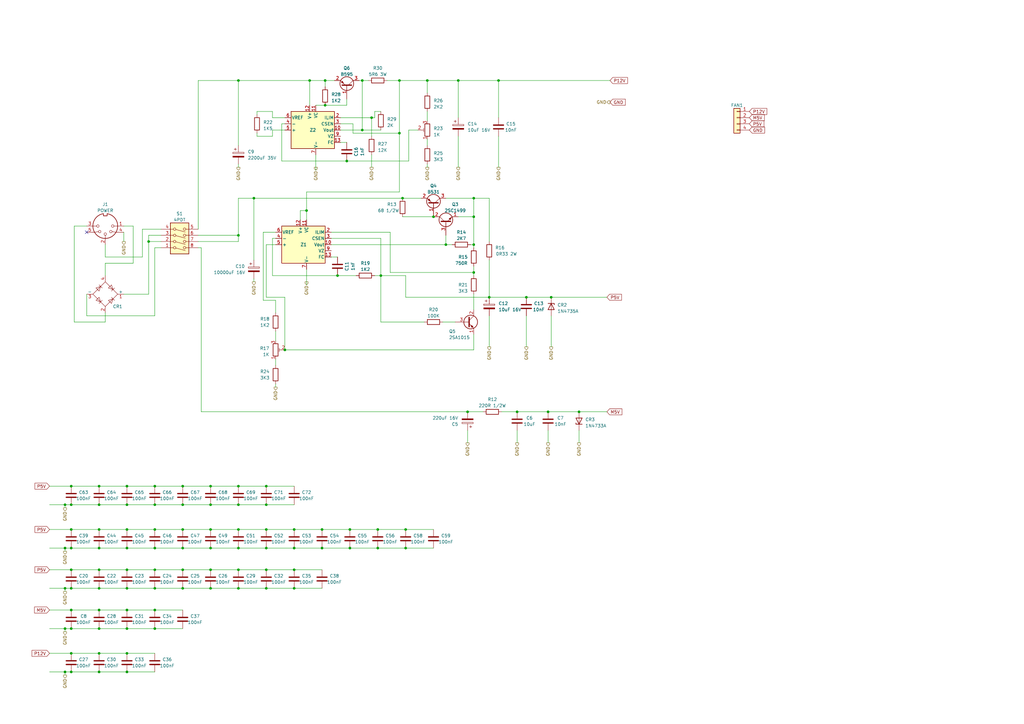
<source format=kicad_sch>
(kicad_sch (version 20221004) (generator eeschema)
  (paper "A3")
  (lib_symbols
    (symbol "Connector:DIN-5_180degree" (pin_names (offset 1.016))
      (property "Reference" "J" (at 3.175 5.715 0))
      (property "Value" "DIN-5_180degree" (at 0 -6.35 0))
      (symbol "DIN-5_180degree_0_1"
        (arc (start -5.08 0) (mid -3.8609 -3.3364) (end -0.762 -5.08) (stroke (width 0.254)))
        (circle (center -3.048 0) (radius 0.508))
        (circle (center -2.286 2.286) (radius 0.508))
        (polyline (pts (xy -5.08 0) (xy -3.556 0)))
        (polyline (pts (xy 0 5.08) (xy 0 3.81)))
        (polyline (pts (xy 5.08 0) (xy 3.556 0)))
        (polyline (pts (xy -5.08 2.54) (xy -4.318 2.54) (xy -2.794 2.286)))
        (polyline (pts (xy 5.08 2.54) (xy 4.318 2.54) (xy 2.794 2.286)))
        (polyline (pts (xy -0.762 -4.953) (xy -0.762 -4.191) (xy 0.762 -4.191) (xy 0.762 -4.953)) (stroke (width 0.254)))
        (circle (center 0 3.302) (radius 0.508))
        (arc (start 0.762 -5.08) (mid 3.8685 -3.343) (end 5.08 0) (stroke (width 0.254)))
        (circle (center 2.286 2.286) (radius 0.508))
        (circle (center 3.048 0) (radius 0.508))
        (arc (start 5.08 0) (mid 0 5.08) (end -5.08 0) (stroke (width 0.254)))
      )
      (symbol "DIN-5_180degree_1_1"
        (pin passive line (at -7.62 0 0) (length 2.54) (name "~") (number "1"))
        (pin passive line (at 0 7.62 270) (length 2.54) (name "~") (number "2"))
        (pin passive line (at 7.62 0 180) (length 2.54) (name "~") (number "3"))
        (pin passive line (at -7.62 2.54 0) (length 2.54) (name "~") (number "4"))
        (pin passive line (at 7.62 2.54 180) (length 2.54) (name "~") (number "5"))
      )
    )
    (symbol "Connector_Generic:Conn_01x04" (pin_names (offset 1.016) hide)
      (property "Reference" "J" (at 0 5.08 0))
      (property "Value" "Conn_01x04" (at 0 -7.62 0))
      (symbol "Conn_01x04_1_1"
        (rectangle (start -1.27 -4.953) (end 0 -5.207) (stroke (width 0.1524)))
        (rectangle (start -1.27 -2.413) (end 0 -2.667) (stroke (width 0.1524)))
        (rectangle (start -1.27 0.127) (end 0 -0.127) (stroke (width 0.1524)))
        (rectangle (start -1.27 2.667) (end 0 2.413) (stroke (width 0.1524)))
        (rectangle (start -1.27 3.81) (end 1.27 -6.35) (stroke (width 0.254)) (fill (type background)))
        (pin passive line (at -5.08 2.54 0) (length 3.81) (name "Pin_1") (number "1"))
        (pin passive line (at -5.08 0 0) (length 3.81) (name "Pin_2") (number "2"))
        (pin passive line (at -5.08 -2.54 0) (length 3.81) (name "Pin_3") (number "3"))
        (pin passive line (at -5.08 -5.08 0) (length 3.81) (name "Pin_4") (number "4"))
      )
    )
    (symbol "Device:C" (pin_numbers hide) (pin_names (offset 0.254))
      (property "Reference" "C" (at 0.635 2.54 0))
      (property "Value" "C" (at 0.635 -2.54 0))
      (symbol "C_0_1"
        (polyline (pts (xy -2.032 -0.762) (xy 2.032 -0.762)) (stroke (width 0.508)))
        (polyline (pts (xy -2.032 0.762) (xy 2.032 0.762)) (stroke (width 0.508)))
      )
      (symbol "C_1_1"
        (pin passive line (at 0 3.81 270) (length 2.794) (name "~") (number "1"))
        (pin passive line (at 0 -3.81 90) (length 2.794) (name "~") (number "2"))
      )
    )
    (symbol "Device:C_Polarized" (pin_numbers hide) (pin_names (offset 0.254))
      (property "Reference" "C" (at 0.635 2.54 0))
      (property "Value" "C_Polarized" (at 0.635 -2.54 0))
      (symbol "C_Polarized_0_1"
        (rectangle (start -2.286 0.508) (end 2.286 1.016))
        (polyline (pts (xy -1.778 2.286) (xy -0.762 2.286)))
        (polyline (pts (xy -1.27 2.794) (xy -1.27 1.778)))
        (rectangle (start 2.286 -0.508) (end -2.286 -1.016) (fill (type outline)))
      )
      (symbol "C_Polarized_1_1"
        (pin passive line (at 0 3.81 270) (length 2.794) (name "~") (number "1"))
        (pin passive line (at 0 -3.81 90) (length 2.794) (name "~") (number "2"))
      )
    )
    (symbol "Device:D_Zener" (pin_numbers hide) (pin_names (offset 1.016) hide)
      (property "Reference" "D" (at 0 2.54 0))
      (property "Value" "D_Zener" (at 0 -2.54 0))
      (symbol "D_Zener_0_1"
        (polyline (pts (xy 1.27 0) (xy -1.27 0)))
        (polyline (pts (xy -1.27 -1.27) (xy -1.27 1.27) (xy -0.762 1.27)) (stroke (width 0.254)))
        (polyline (pts (xy 1.27 -1.27) (xy 1.27 1.27) (xy -1.27 0) (xy 1.27 -1.27)) (stroke (width 0.254)))
      )
      (symbol "D_Zener_1_1"
        (pin passive line (at -3.81 0 0) (length 2.54) (name "K") (number "1"))
        (pin passive line (at 3.81 0 180) (length 2.54) (name "A") (number "2"))
      )
    )
    (symbol "Device:R" (pin_numbers hide) (pin_names (offset 0))
      (property "Reference" "R" (at 2.032 0 90))
      (property "Value" "R" (at 0 0 90))
      (symbol "R_0_1"
        (rectangle (start -1.016 -2.54) (end 1.016 2.54) (stroke (width 0.254)))
      )
      (symbol "R_1_1"
        (pin passive line (at 0 3.81 270) (length 1.27) (name "~") (number "1"))
        (pin passive line (at 0 -3.81 90) (length 1.27) (name "~") (number "2"))
      )
    )
    (symbol "Device:R_Potentiometer_Trim" (pin_names (offset 1.016) hide)
      (property "Reference" "RV" (at -4.445 0 90))
      (property "Value" "R_Potentiometer_Trim" (at -2.54 0 90))
      (symbol "R_Potentiometer_Trim_0_1"
        (polyline (pts (xy 1.524 0.762) (xy 1.524 -0.762)))
        (polyline (pts (xy 2.54 0) (xy 1.524 0)))
        (rectangle (start 1.016 2.54) (end -1.016 -2.54) (stroke (width 0.254)))
      )
      (symbol "R_Potentiometer_Trim_1_1"
        (pin passive line (at 0 3.81 270) (length 1.27) (name "1") (number "1"))
        (pin passive line (at 3.81 0 180) (length 1.27) (name "2") (number "2"))
        (pin passive line (at 0 -3.81 90) (length 1.27) (name "3") (number "3"))
      )
    )
    (symbol "Diode_Bridge:VS-KBPC804" (pin_names (offset 0))
      (property "Reference" "D" (at 2.54 6.985 0))
      (property "Value" "VS-KBPC804" (at 2.54 5.08 0))
      (symbol "VS-KBPC804_0_1"
        (polyline (pts (xy -2.54 3.81) (xy -1.27 2.54)))
        (polyline (pts (xy -1.27 -2.54) (xy -2.54 -3.81)))
        (polyline (pts (xy 2.54 -1.27) (xy 3.81 -2.54)))
        (polyline (pts (xy 2.54 1.27) (xy 3.81 2.54)))
        (polyline (pts (xy -3.81 2.54) (xy -2.54 1.27) (xy -1.905 3.175) (xy -3.81 2.54)))
        (polyline (pts (xy -2.54 -1.27) (xy -3.81 -2.54) (xy -1.905 -3.175) (xy -2.54 -1.27)))
        (polyline (pts (xy 1.27 2.54) (xy 2.54 3.81) (xy 3.175 1.905) (xy 1.27 2.54)))
        (polyline (pts (xy 3.175 -1.905) (xy 1.27 -2.54) (xy 2.54 -3.81) (xy 3.175 -1.905)))
        (polyline (pts (xy -5.08 0) (xy 0 -5.08) (xy 5.08 0) (xy 0 5.08) (xy -5.08 0)))
      )
      (symbol "VS-KBPC804_1_1"
        (pin passive line (at 7.62 0 180) (length 2.54) (name "+") (number "1"))
        (pin passive line (at 0 -7.62 90) (length 2.54) (name "~") (number "2"))
        (pin passive line (at -7.62 0 0) (length 2.54) (name "-") (number "3"))
        (pin passive line (at 0 7.62 270) (length 2.54) (name "~") (number "4"))
      )
    )
    (symbol "Regulator_Linear:LM723_DIP14" (pin_names (offset 0.254))
      (property "Reference" "U" (at 0.635 10.795 0))
      (property "Value" "LM723_DIP14" (at 0.635 8.89 0))
      (symbol "LM723_DIP14_0_1"
        (rectangle (start -10.16 -7.62) (end 7.62 7.62) (stroke (width 0.254)) (fill (type background)))
      )
      (symbol "LM723_DIP14_1_1"
        (pin no_connect line (at -12.7 -5.08 0) (length 2.54) hide (name "NC") (number "1"))
        (pin power_out line (at 10.16 0 180) (length 2.54) (name "Vout") (number "10"))
        (pin power_in line (at 0 10.16 270) (length 2.54) (name "VC") (number "11"))
        (pin power_in line (at -2.54 10.16 270) (length 2.54) (name "V+") (number "12"))
        (pin input line (at 10.16 -5.08 180) (length 2.54) (name "FC") (number "13"))
        (pin no_connect line (at -2.54 -10.16 90) (length 2.54) hide (name "NC") (number "14"))
        (pin input line (at 10.16 5.08 180) (length 2.54) (name "ILIM") (number "2"))
        (pin input line (at 10.16 2.54 180) (length 2.54) (name "CSEN") (number "3"))
        (pin input line (at -12.7 2.54 0) (length 2.54) (name "-") (number "4"))
        (pin input line (at -12.7 0 0) (length 2.54) (name "+") (number "5"))
        (pin power_out line (at -12.7 5.08 0) (length 2.54) (name "VREF") (number "6"))
        (pin power_in line (at 0 -10.16 90) (length 2.54) (name "V-") (number "7"))
        (pin no_connect line (at -12.7 -2.54 0) (length 2.54) hide (name "NC") (number "8"))
        (pin input line (at 10.16 -2.54 180) (length 2.54) (name "VZ") (number "9"))
      )
    )
    (symbol "Switch:SW_DIP_x04" (pin_names (offset 0) hide)
      (property "Reference" "SW" (at 0 8.89 0))
      (property "Value" "SW_DIP_x04" (at 0 -6.35 0))
      (symbol "SW_DIP_x04_0_0"
        (circle (center -2.032 -2.54) (radius 0.508))
        (circle (center -2.032 0) (radius 0.508))
        (circle (center -2.032 2.54) (radius 0.508))
        (circle (center -2.032 5.08) (radius 0.508))
        (polyline (pts (xy -1.524 -2.3876) (xy 2.3622 -1.3462)))
        (polyline (pts (xy -1.524 0.127) (xy 2.3622 1.1684)))
        (polyline (pts (xy -1.524 2.667) (xy 2.3622 3.7084)))
        (polyline (pts (xy -1.524 5.207) (xy 2.3622 6.2484)))
        (circle (center 2.032 -2.54) (radius 0.508))
        (circle (center 2.032 0) (radius 0.508))
        (circle (center 2.032 2.54) (radius 0.508))
        (circle (center 2.032 5.08) (radius 0.508))
      )
      (symbol "SW_DIP_x04_0_1"
        (rectangle (start -3.81 7.62) (end 3.81 -5.08) (stroke (width 0.254)) (fill (type background)))
      )
      (symbol "SW_DIP_x04_1_1"
        (pin passive line (at -7.62 5.08 0) (length 5.08) (name "~") (number "1"))
        (pin passive line (at -7.62 2.54 0) (length 5.08) (name "~") (number "2"))
        (pin passive line (at -7.62 0 0) (length 5.08) (name "~") (number "3"))
        (pin passive line (at -7.62 -2.54 0) (length 5.08) (name "~") (number "4"))
        (pin passive line (at 7.62 -2.54 180) (length 5.08) (name "~") (number "5"))
        (pin passive line (at 7.62 0 180) (length 5.08) (name "~") (number "6"))
        (pin passive line (at 7.62 2.54 180) (length 5.08) (name "~") (number "7"))
        (pin passive line (at 7.62 5.08 180) (length 5.08) (name "~") (number "8"))
      )
    )
    (symbol "Transistor_BJT:2SA1015" (pin_names (offset 0) hide)
      (property "Reference" "Q" (at 5.08 1.905 0))
      (property "Value" "2SA1015" (at 5.08 0 0))
      (symbol "2SA1015_0_1"
        (polyline (pts (xy 0 0) (xy 0.635 0)))
        (polyline (pts (xy 2.54 -2.54) (xy 0.635 -0.635)))
        (polyline (pts (xy 2.54 2.54) (xy 0.635 0.635)))
        (polyline (pts (xy 0.635 1.905) (xy 0.635 -1.905) (xy 0.635 -1.905)) (stroke (width 0.508)) (fill (type outline)))
        (polyline (pts (xy 1.778 -2.286) (xy 2.286 -1.778) (xy 1.27 -1.27) (xy 1.778 -2.286) (xy 1.778 -2.286)) (fill (type outline)))
        (circle (center 1.27 0) (radius 2.8194) (stroke (width 0.254)))
      )
      (symbol "2SA1015_1_1"
        (pin passive line (at 2.54 -5.08 90) (length 2.54) (name "E") (number "1"))
        (pin passive line (at 2.54 5.08 270) (length 2.54) (name "C") (number "2"))
        (pin input line (at -5.08 0 0) (length 5.08) (name "B") (number "3"))
      )
    )
    (symbol "Transistor_BJT:2SC1815" (pin_names (offset 0) hide)
      (property "Reference" "Q" (at 5.08 1.905 0))
      (property "Value" "2SC1815" (at 5.08 0 0))
      (symbol "2SC1815_0_1"
        (polyline (pts (xy 0 0) (xy 0.508 0)))
        (polyline (pts (xy 0.635 0.635) (xy 2.54 2.54)))
        (polyline (pts (xy 0.635 -0.635) (xy 2.54 -2.54) (xy 2.54 -2.54)))
        (polyline (pts (xy 0.635 1.905) (xy 0.635 -1.905) (xy 0.635 -1.905)) (stroke (width 0.508)))
        (polyline (pts (xy 1.27 -1.778) (xy 1.778 -1.27) (xy 2.286 -2.286) (xy 1.27 -1.778) (xy 1.27 -1.778)) (fill (type outline)))
        (circle (center 1.27 0) (radius 2.8194) (stroke (width 0.254)))
      )
      (symbol "2SC1815_1_1"
        (pin passive line (at 2.54 -5.08 90) (length 2.54) (name "E") (number "1"))
        (pin passive line (at 2.54 5.08 270) (length 2.54) (name "C") (number "2"))
        (pin input line (at -5.08 0 0) (length 5.08) (name "B") (number "3"))
      )
    )
    (symbol "Transistor_BJT:MJ2955" (pin_names (offset 0) hide)
      (property "Reference" "Q" (at 5.08 1.905 0))
      (property "Value" "MJ2955" (at 5.08 0 0))
      (symbol "MJ2955_0_1"
        (polyline (pts (xy 0.635 0.635) (xy 2.54 2.54)))
        (polyline (pts (xy 0.635 -0.635) (xy 2.54 -2.54) (xy 2.54 -2.54)))
        (polyline (pts (xy 0.635 1.905) (xy 0.635 -1.905) (xy 0.635 -1.905)) (stroke (width 0.508)))
        (polyline (pts (xy 2.286 -1.778) (xy 1.778 -2.286) (xy 1.27 -1.27) (xy 2.286 -1.778) (xy 2.286 -1.778)) (fill (type outline)))
        (circle (center 1.27 0) (radius 2.8194) (stroke (width 0.254)))
      )
      (symbol "MJ2955_1_1"
        (pin input line (at -5.08 0 0) (length 5.715) (name "B") (number "1"))
        (pin passive line (at 2.54 -5.08 90) (length 2.54) (name "E") (number "2"))
        (pin passive line (at 2.54 5.08 270) (length 2.54) (name "C") (number "3"))
      )
    )
  )
  (junction (at 29.21 199.39))
  (junction (at 26.67 275.59))
  (junction (at 127 33.02))
  (junction (at 52.07 224.79))
  (junction (at 97.79 199.39))
  (junction (at 63.5 233.68))
  (junction (at 26.67 207.01))
  (junction (at 191.77 168.91))
  (junction (at 40.64 267.97))
  (junction (at 143.51 224.79))
  (junction (at 97.79 96.52))
  (junction (at 29.21 233.68))
  (junction (at 52.07 250.19))
  (junction (at 142.24 66.04))
  (junction (at 177.8 88.9))
  (junction (at 26.67 257.81))
  (junction (at 74.93 224.79))
  (junction (at 86.36 224.79))
  (junction (at 40.64 250.19))
  (junction (at 97.79 33.02))
  (junction (at 52.07 257.81))
  (junction (at 175.26 33.02))
  (junction (at 237.49 168.91))
  (junction (at 60.96 99.06))
  (junction (at 120.65 224.79))
  (junction (at 97.79 224.79))
  (junction (at 109.22 217.17))
  (junction (at 63.5 207.01))
  (junction (at 74.93 233.68))
  (junction (at 63.5 250.19))
  (junction (at 120.65 217.17))
  (junction (at 52.07 217.17))
  (junction (at 29.21 207.01))
  (junction (at 109.22 233.68))
  (junction (at 63.5 217.17))
  (junction (at 52.07 267.97))
  (junction (at 52.07 275.59))
  (junction (at 40.64 199.39))
  (junction (at 74.93 207.01))
  (junction (at 52.07 241.3))
  (junction (at 29.21 267.97))
  (junction (at 74.93 199.39))
  (junction (at 194.31 100.33))
  (junction (at 104.14 81.28))
  (junction (at 132.08 224.79))
  (junction (at 29.21 250.19))
  (junction (at 156.21 113.03))
  (junction (at 97.79 217.17))
  (junction (at 154.94 217.17))
  (junction (at 97.79 241.3))
  (junction (at 143.51 217.17))
  (junction (at 120.65 241.3))
  (junction (at 116.84 143.51))
  (junction (at 63.5 199.39))
  (junction (at 133.35 43.18))
  (junction (at 52.07 233.68))
  (junction (at 40.64 233.68))
  (junction (at 226.06 121.92))
  (junction (at 63.5 224.79))
  (junction (at 194.31 88.9))
  (junction (at 187.96 33.02))
  (junction (at 29.21 241.3))
  (junction (at 215.9 121.92))
  (junction (at 97.79 233.68))
  (junction (at 109.22 224.79))
  (junction (at 86.36 241.3))
  (junction (at 40.64 241.3))
  (junction (at 154.94 224.79))
  (junction (at 97.79 207.01))
  (junction (at 212.09 168.91))
  (junction (at 204.47 33.02))
  (junction (at 182.88 100.33))
  (junction (at 133.35 33.02))
  (junction (at 86.36 199.39))
  (junction (at 52.07 199.39))
  (junction (at 86.36 233.68))
  (junction (at 166.37 217.17))
  (junction (at 63.5 241.3))
  (junction (at 163.83 33.02))
  (junction (at 163.83 54.61))
  (junction (at 224.79 168.91))
  (junction (at 40.64 207.01))
  (junction (at 52.07 207.01))
  (junction (at 165.1 81.28))
  (junction (at 194.31 81.28))
  (junction (at 29.21 257.81))
  (junction (at 40.64 257.81))
  (junction (at 138.43 113.03))
  (junction (at 200.66 121.92))
  (junction (at 109.22 241.3))
  (junction (at 148.59 33.02))
  (junction (at 74.93 241.3))
  (junction (at 29.21 217.17))
  (junction (at 120.65 233.68))
  (junction (at 40.64 275.59))
  (junction (at 166.37 224.79))
  (junction (at 26.67 241.3))
  (junction (at 29.21 224.79))
  (junction (at 86.36 207.01))
  (junction (at 86.36 217.17))
  (junction (at 26.67 224.79))
  (junction (at 40.64 224.79))
  (junction (at 125.73 86.36))
  (junction (at 132.08 217.17))
  (junction (at 152.4 48.26))
  (junction (at 40.64 217.17))
  (junction (at 148.59 53.34))
  (junction (at 109.22 207.01))
  (junction (at 74.93 217.17))
  (junction (at 29.21 275.59))
  (junction (at 109.22 199.39))
  (junction (at 63.5 257.81))
  (junction (at 194.31 111.76))
  (no_connect (at 35.56 95.25))
  (wire (pts (xy 194.31 111.76) (xy 194.31 113.03)))
  (wire (pts (xy 81.28 33.02) (xy 97.79 33.02)))
  (wire (pts (xy 215.9 121.92) (xy 226.06 121.92)))
  (wire (pts (xy 109.22 224.79) (xy 120.65 224.79)))
  (wire (pts (xy 156.21 97.79) (xy 156.21 113.03)))
  (wire (pts (xy 20.32 267.97) (xy 29.21 267.97)))
  (wire (pts (xy 29.21 257.81) (xy 40.64 257.81)))
  (wire (pts (xy 30.48 92.71) (xy 30.48 132.08)))
  (wire (pts (xy 156.21 132.08) (xy 156.21 113.03)))
  (wire (pts (xy 109.22 100.33) (xy 109.22 121.92)))
  (wire (pts (xy 111.76 55.88) (xy 105.41 55.88)))
  (wire (pts (xy 138.43 113.03) (xy 146.05 113.03)))
  (wire (pts (xy 81.28 101.6) (xy 82.55 101.6)))
  (wire (pts (xy 143.51 224.79) (xy 154.94 224.79)))
  (wire (pts (xy 194.31 100.33) (xy 193.04 100.33)))
  (wire (pts (xy 113.03 95.25) (xy 107.95 95.25)))
  (wire (pts (xy 166.37 121.92) (xy 200.66 121.92)))
  (wire (pts (xy 187.96 55.88) (xy 187.96 68.58)))
  (wire (pts (xy 182.88 81.28) (xy 194.31 81.28)))
  (wire (pts (xy 115.57 50.8) (xy 116.84 50.8)))
  (wire (pts (xy 165.1 81.28) (xy 172.72 81.28)))
  (wire (pts (xy 63.5 224.79) (xy 74.93 224.79)))
  (wire (pts (xy 20.32 250.19) (xy 29.21 250.19)))
  (wire (pts (xy 111.76 113.03) (xy 138.43 113.03)))
  (wire (pts (xy 153.67 48.26) (xy 153.67 45.72)))
  (wire (pts (xy 143.51 217.17) (xy 154.94 217.17)))
  (wire (pts (xy 40.64 207.01) (xy 52.07 207.01)))
  (wire (pts (xy 26.67 207.01) (xy 26.67 208.28)))
  (wire (pts (xy 29.21 241.3) (xy 40.64 241.3)))
  (wire (pts (xy 26.67 224.79) (xy 26.67 226.06)))
  (wire (pts (xy 166.37 217.17) (xy 177.8 217.17)))
  (wire (pts (xy 40.64 275.59) (xy 52.07 275.59)))
  (wire (pts (xy 120.65 217.17) (xy 132.08 217.17)))
  (wire (pts (xy 20.32 257.81) (xy 26.67 257.81)))
  (wire (pts (xy 120.65 241.3) (xy 132.08 241.3)))
  (wire (pts (xy 26.67 275.59) (xy 29.21 275.59)))
  (wire (pts (xy 20.32 224.79) (xy 26.67 224.79)))
  (wire (pts (xy 40.64 250.19) (xy 52.07 250.19)))
  (wire (pts (xy 97.79 199.39) (xy 109.22 199.39)))
  (wire (pts (xy 29.21 250.19) (xy 40.64 250.19)))
  (wire (pts (xy 40.64 217.17) (xy 52.07 217.17)))
  (wire (pts (xy 43.18 107.95) (xy 43.18 113.03)))
  (wire (pts (xy 29.21 267.97) (xy 40.64 267.97)))
  (wire (pts (xy 111.76 97.79) (xy 111.76 113.03)))
  (wire (pts (xy 200.66 129.54) (xy 200.66 142.24)))
  (wire (pts (xy 158.75 33.02) (xy 163.83 33.02)))
  (wire (pts (xy 144.78 54.61) (xy 163.83 54.61)))
  (wire (pts (xy 148.59 53.34) (xy 156.21 53.34)))
  (wire (pts (xy 86.36 217.17) (xy 97.79 217.17)))
  (wire (pts (xy 129.54 63.5) (xy 129.54 69.85)))
  (wire (pts (xy 97.79 99.06) (xy 97.79 96.52)))
  (wire (pts (xy 163.83 78.74) (xy 125.73 78.74)))
  (wire (pts (xy 26.67 241.3) (xy 29.21 241.3)))
  (wire (pts (xy 116.84 121.92) (xy 116.84 143.51)))
  (wire (pts (xy 194.31 81.28) (xy 194.31 88.9)))
  (wire (pts (xy 29.21 275.59) (xy 40.64 275.59)))
  (wire (pts (xy 52.07 224.79) (xy 63.5 224.79)))
  (wire (pts (xy 97.79 207.01) (xy 109.22 207.01)))
  (wire (pts (xy 29.21 224.79) (xy 40.64 224.79)))
  (wire (pts (xy 187.96 33.02) (xy 204.47 33.02)))
  (wire (pts (xy 191.77 168.91) (xy 198.12 168.91)))
  (wire (pts (xy 40.64 199.39) (xy 52.07 199.39)))
  (wire (pts (xy 113.03 157.48) (xy 113.03 158.75)))
  (wire (pts (xy 113.03 135.89) (xy 113.03 139.7)))
  (wire (pts (xy 125.73 110.49) (xy 125.73 116.84)))
  (wire (pts (xy 132.08 217.17) (xy 143.51 217.17)))
  (wire (pts (xy 58.42 93.98) (xy 66.04 93.98)))
  (wire (pts (xy 50.8 92.71) (xy 54.61 92.71)))
  (wire (pts (xy 97.79 33.02) (xy 97.79 59.69)))
  (wire (pts (xy 163.83 33.02) (xy 175.26 33.02)))
  (wire (pts (xy 132.08 224.79) (xy 143.51 224.79)))
  (wire (pts (xy 175.26 33.02) (xy 175.26 38.1)))
  (wire (pts (xy 81.28 99.06) (xy 97.79 99.06)))
  (wire (pts (xy 127 33.02) (xy 133.35 33.02)))
  (wire (pts (xy 105.41 46.99) (xy 105.41 45.72)))
  (wire (pts (xy 63.5 250.19) (xy 74.93 250.19)))
  (wire (pts (xy 129.54 43.18) (xy 133.35 43.18)))
  (wire (pts (xy 113.03 147.32) (xy 113.03 149.86)))
  (wire (pts (xy 74.93 241.3) (xy 86.36 241.3)))
  (wire (pts (xy 86.36 224.79) (xy 97.79 224.79)))
  (wire (pts (xy 173.99 132.08) (xy 156.21 132.08)))
  (wire (pts (xy 187.96 88.9) (xy 194.31 88.9)))
  (wire (pts (xy 125.73 86.36) (xy 125.73 90.17)))
  (wire (pts (xy 52.07 267.97) (xy 63.5 267.97)))
  (wire (pts (xy 215.9 129.54) (xy 215.9 142.24)))
  (wire (pts (xy 226.06 129.54) (xy 226.06 142.24)))
  (wire (pts (xy 111.76 97.79) (xy 113.03 97.79)))
  (wire (pts (xy 163.83 54.61) (xy 163.83 78.74)))
  (wire (pts (xy 139.7 58.42) (xy 142.24 58.42)))
  (wire (pts (xy 194.31 120.65) (xy 194.31 127)))
  (wire (pts (xy 116.84 53.34) (xy 111.76 53.34)))
  (wire (pts (xy 181.61 132.08) (xy 186.69 132.08)))
  (wire (pts (xy 63.5 101.6) (xy 66.04 101.6)))
  (wire (pts (xy 82.55 168.91) (xy 191.77 168.91)))
  (wire (pts (xy 142.24 66.04) (xy 167.64 66.04)))
  (wire (pts (xy 43.18 105.41) (xy 58.42 105.41)))
  (wire (pts (xy 113.03 123.19) (xy 113.03 128.27)))
  (wire (pts (xy 109.22 207.01) (xy 120.65 207.01)))
  (wire (pts (xy 156.21 113.03) (xy 153.67 113.03)))
  (wire (pts (xy 160.02 95.25) (xy 160.02 111.76)))
  (wire (pts (xy 111.76 48.26) (xy 116.84 48.26)))
  (wire (pts (xy 139.7 53.34) (xy 148.59 53.34)))
  (wire (pts (xy 105.41 54.61) (xy 105.41 55.88)))
  (wire (pts (xy 204.47 33.02) (xy 204.47 48.26)))
  (wire (pts (xy 139.7 50.8) (xy 144.78 50.8)))
  (wire (pts (xy 58.42 105.41) (xy 58.42 93.98)))
  (wire (pts (xy 60.96 99.06) (xy 66.04 99.06)))
  (wire (pts (xy 26.67 257.81) (xy 26.67 259.08)))
  (wire (pts (xy 133.35 43.18) (xy 142.24 43.18)))
  (wire (pts (xy 54.61 92.71) (xy 54.61 107.95)))
  (wire (pts (xy 237.49 168.91) (xy 248.92 168.91)))
  (wire (pts (xy 35.56 92.71) (xy 30.48 92.71)))
  (wire (pts (xy 156.21 113.03) (xy 166.37 113.03)))
  (wire (pts (xy 74.93 217.17) (xy 86.36 217.17)))
  (wire (pts (xy 224.79 176.53) (xy 224.79 181.61)))
  (wire (pts (xy 237.49 176.53) (xy 237.49 181.61)))
  (wire (pts (xy 20.32 199.39) (xy 29.21 199.39)))
  (wire (pts (xy 152.4 48.26) (xy 152.4 55.88)))
  (wire (pts (xy 147.32 33.02) (xy 148.59 33.02)))
  (wire (pts (xy 204.47 55.88) (xy 204.47 68.58)))
  (wire (pts (xy 166.37 113.03) (xy 166.37 121.92)))
  (wire (pts (xy 152.4 63.5) (xy 152.4 68.58)))
  (wire (pts (xy 212.09 176.53) (xy 212.09 181.61)))
  (wire (pts (xy 97.79 233.68) (xy 109.22 233.68)))
  (wire (pts (xy 20.32 217.17) (xy 29.21 217.17)))
  (wire (pts (xy 154.94 224.79) (xy 166.37 224.79)))
  (wire (pts (xy 81.28 96.52) (xy 97.79 96.52)))
  (wire (pts (xy 154.94 217.17) (xy 166.37 217.17)))
  (wire (pts (xy 26.67 257.81) (xy 29.21 257.81)))
  (wire (pts (xy 97.79 67.31) (xy 97.79 68.58)))
  (wire (pts (xy 40.64 224.79) (xy 52.07 224.79)))
  (wire (pts (xy 52.07 241.3) (xy 63.5 241.3)))
  (wire (pts (xy 74.93 224.79) (xy 86.36 224.79)))
  (wire (pts (xy 182.88 100.33) (xy 135.89 100.33)))
  (wire (pts (xy 97.79 217.17) (xy 109.22 217.17)))
  (wire (pts (xy 63.5 199.39) (xy 74.93 199.39)))
  (wire (pts (xy 104.14 81.28) (xy 165.1 81.28)))
  (wire (pts (xy 109.22 121.92) (xy 116.84 121.92)))
  (wire (pts (xy 40.64 241.3) (xy 52.07 241.3)))
  (wire (pts (xy 148.59 33.02) (xy 151.13 33.02)))
  (wire (pts (xy 81.28 93.98) (xy 81.28 33.02)))
  (wire (pts (xy 133.35 33.02) (xy 137.16 33.02)))
  (wire (pts (xy 135.89 95.25) (xy 160.02 95.25)))
  (wire (pts (xy 63.5 217.17) (xy 74.93 217.17)))
  (wire (pts (xy 35.56 120.65) (xy 35.56 129.54)))
  (wire (pts (xy 52.07 233.68) (xy 63.5 233.68)))
  (wire (pts (xy 29.21 199.39) (xy 40.64 199.39)))
  (wire (pts (xy 120.65 233.68) (xy 132.08 233.68)))
  (wire (pts (xy 50.8 120.65) (xy 60.96 120.65)))
  (wire (pts (xy 97.79 33.02) (xy 127 33.02)))
  (wire (pts (xy 109.22 199.39) (xy 120.65 199.39)))
  (wire (pts (xy 224.79 168.91) (xy 237.49 168.91)))
  (wire (pts (xy 107.95 95.25) (xy 107.95 123.19)))
  (wire (pts (xy 86.36 207.01) (xy 97.79 207.01)))
  (wire (pts (xy 86.36 241.3) (xy 97.79 241.3)))
  (wire (pts (xy 182.88 96.52) (xy 182.88 100.33)))
  (wire (pts (xy 20.32 233.68) (xy 29.21 233.68)))
  (wire (pts (xy 123.19 90.17) (xy 123.19 86.36)))
  (wire (pts (xy 163.83 54.61) (xy 163.83 33.02)))
  (wire (pts (xy 26.67 275.59) (xy 26.67 276.86)))
  (wire (pts (xy 133.35 33.02) (xy 133.35 35.56)))
  (wire (pts (xy 54.61 107.95) (xy 43.18 107.95)))
  (wire (pts (xy 20.32 207.01) (xy 26.67 207.01)))
  (wire (pts (xy 66.04 96.52) (xy 60.96 96.52)))
  (wire (pts (xy 74.93 233.68) (xy 86.36 233.68)))
  (wire (pts (xy 43.18 100.33) (xy 43.18 105.41)))
  (wire (pts (xy 204.47 33.02) (xy 250.19 33.02)))
  (wire (pts (xy 50.8 95.25) (xy 50.8 99.06)))
  (wire (pts (xy 107.95 123.19) (xy 113.03 123.19)))
  (wire (pts (xy 97.79 241.3) (xy 109.22 241.3)))
  (wire (pts (xy 63.5 233.68) (xy 74.93 233.68)))
  (wire (pts (xy 115.57 50.8) (xy 115.57 66.04)))
  (wire (pts (xy 135.89 105.41) (xy 138.43 105.41)))
  (wire (pts (xy 26.67 241.3) (xy 26.67 242.57)))
  (wire (pts (xy 111.76 53.34) (xy 111.76 55.88)))
  (wire (pts (xy 153.67 45.72) (xy 156.21 45.72)))
  (wire (pts (xy 104.14 114.3) (xy 104.14 115.57)))
  (wire (pts (xy 152.4 48.26) (xy 153.67 48.26)))
  (wire (pts (xy 113.03 100.33) (xy 109.22 100.33)))
  (wire (pts (xy 194.31 143.51) (xy 116.84 143.51)))
  (wire (pts (xy 20.32 275.59) (xy 26.67 275.59)))
  (wire (pts (xy 167.64 53.34) (xy 167.64 66.04)))
  (wire (pts (xy 194.31 137.16) (xy 194.31 143.51)))
  (wire (pts (xy 40.64 257.81) (xy 52.07 257.81)))
  (wire (pts (xy 212.09 168.91) (xy 224.79 168.91)))
  (wire (pts (xy 120.65 224.79) (xy 132.08 224.79)))
  (wire (pts (xy 109.22 233.68) (xy 120.65 233.68)))
  (wire (pts (xy 200.66 81.28) (xy 200.66 99.06)))
  (wire (pts (xy 194.31 109.22) (xy 194.31 111.76)))
  (wire (pts (xy 60.96 96.52) (xy 60.96 99.06)))
  (wire (pts (xy 194.31 100.33) (xy 194.31 101.6)))
  (wire (pts (xy 63.5 257.81) (xy 74.93 257.81)))
  (wire (pts (xy 109.22 217.17) (xy 120.65 217.17)))
  (wire (pts (xy 63.5 207.01) (xy 74.93 207.01)))
  (wire (pts (xy 200.66 121.92) (xy 215.9 121.92)))
  (wire (pts (xy 97.79 96.52) (xy 97.79 81.28)))
  (wire (pts (xy 187.96 33.02) (xy 187.96 48.26)))
  (wire (pts (xy 52.07 217.17) (xy 63.5 217.17)))
  (wire (pts (xy 52.07 250.19) (xy 63.5 250.19)))
  (wire (pts (xy 82.55 101.6) (xy 82.55 168.91)))
  (wire (pts (xy 226.06 121.92) (xy 248.92 121.92)))
  (wire (pts (xy 26.67 207.01) (xy 29.21 207.01)))
  (wire (pts (xy 175.26 33.02) (xy 187.96 33.02)))
  (wire (pts (xy 182.88 100.33) (xy 185.42 100.33)))
  (wire (pts (xy 29.21 233.68) (xy 40.64 233.68)))
  (wire (pts (xy 194.31 88.9) (xy 194.31 100.33)))
  (wire (pts (xy 123.19 86.36) (xy 125.73 86.36)))
  (wire (pts (xy 142.24 66.04) (xy 115.57 66.04)))
  (wire (pts (xy 52.07 207.01) (xy 63.5 207.01)))
  (wire (pts (xy 166.37 224.79) (xy 177.8 224.79)))
  (wire (pts (xy 109.22 241.3) (xy 120.65 241.3)))
  (wire (pts (xy 171.45 53.34) (xy 167.64 53.34)))
  (wire (pts (xy 52.07 257.81) (xy 63.5 257.81)))
  (wire (pts (xy 111.76 45.72) (xy 111.76 48.26)))
  (wire (pts (xy 194.31 81.28) (xy 200.66 81.28)))
  (wire (pts (xy 191.77 176.53) (xy 191.77 181.61)))
  (wire (pts (xy 29.21 207.01) (xy 40.64 207.01)))
  (wire (pts (xy 139.7 48.26) (xy 152.4 48.26)))
  (wire (pts (xy 63.5 241.3) (xy 74.93 241.3)))
  (wire (pts (xy 29.21 217.17) (xy 40.64 217.17)))
  (wire (pts (xy 127 43.18) (xy 127 33.02)))
  (wire (pts (xy 74.93 207.01) (xy 86.36 207.01)))
  (wire (pts (xy 30.48 132.08) (xy 43.18 132.08)))
  (wire (pts (xy 142.24 40.64) (xy 142.24 43.18)))
  (wire (pts (xy 160.02 111.76) (xy 194.31 111.76)))
  (wire (pts (xy 26.67 224.79) (xy 29.21 224.79)))
  (wire (pts (xy 144.78 50.8) (xy 144.78 54.61)))
  (wire (pts (xy 86.36 199.39) (xy 97.79 199.39)))
  (wire (pts (xy 175.26 57.15) (xy 175.26 59.69)))
  (wire (pts (xy 86.36 233.68) (xy 97.79 233.68)))
  (wire (pts (xy 165.1 88.9) (xy 177.8 88.9)))
  (wire (pts (xy 104.14 81.28) (xy 104.14 106.68)))
  (wire (pts (xy 148.59 33.02) (xy 148.59 53.34)))
  (wire (pts (xy 43.18 128.27) (xy 43.18 132.08)))
  (wire (pts (xy 205.74 168.91) (xy 212.09 168.91)))
  (wire (pts (xy 60.96 120.65) (xy 60.96 99.06)))
  (wire (pts (xy 200.66 106.68) (xy 200.66 121.92)))
  (wire (pts (xy 175.26 45.72) (xy 175.26 49.53)))
  (wire (pts (xy 125.73 78.74) (xy 125.73 86.36)))
  (wire (pts (xy 175.26 67.31) (xy 175.26 68.58)))
  (wire (pts (xy 20.32 241.3) (xy 26.67 241.3)))
  (wire (pts (xy 35.56 129.54) (xy 63.5 129.54)))
  (wire (pts (xy 52.07 275.59) (xy 63.5 275.59)))
  (wire (pts (xy 105.41 45.72) (xy 111.76 45.72)))
  (wire (pts (xy 97.79 81.28) (xy 104.14 81.28)))
  (wire (pts (xy 40.64 233.68) (xy 52.07 233.68)))
  (wire (pts (xy 40.64 267.97) (xy 52.07 267.97)))
  (wire (pts (xy 97.79 224.79) (xy 109.22 224.79)))
  (wire (pts (xy 52.07 199.39) (xy 63.5 199.39)))
  (wire (pts (xy 63.5 129.54) (xy 63.5 101.6)))
  (wire (pts (xy 135.89 97.79) (xy 156.21 97.79)))
  (wire (pts (xy 74.93 199.39) (xy 86.36 199.39)))
  (global_label "P12V" (shape input) (at 20.32 267.97 180) (property "Intersheetrefs" "${INTERSHEET_REFS}" (effects hide)))
  (global_label "M5V" (shape input) (at 307.34 48.26 0) (property "Intersheetrefs" "${INTERSHEET_REFS}" (effects hide)))
  (global_label "P5V" (shape input) (at 307.34 50.8 0) (property "Intersheetrefs" "${INTERSHEET_REFS}" (effects hide)))
  (global_label "P5V" (shape input) (at 20.32 199.39 180) (property "Intersheetrefs" "${INTERSHEET_REFS}" (effects hide)))
  (global_label "M5V" (shape input) (at 20.32 250.19 180) (property "Intersheetrefs" "${INTERSHEET_REFS}" (effects hide)))
  (global_label "M5V" (shape input) (at 248.92 168.91 0) (property "Intersheetrefs" "${INTERSHEET_REFS}" (effects hide)))
  (global_label "P5V" (shape input) (at 20.32 233.68 180) (property "Intersheetrefs" "${INTERSHEET_REFS}" (effects hide)))
  (global_label "P12V" (shape input) (at 250.19 33.02 0) (property "Intersheetrefs" "${INTERSHEET_REFS}" (effects hide)))
  (global_label "P5V" (shape input) (at 20.32 217.17 180) (property "Intersheetrefs" "${INTERSHEET_REFS}" (effects hide)))
  (global_label "GND" (shape input) (at 307.34 53.34 0) (property "Intersheetrefs" "${INTERSHEET_REFS}" (effects hide)))
  (global_label "GND" (shape input) (at 250.19 41.91 0) (property "Intersheetrefs" "${INTERSHEET_REFS}" (effects hide)))
  (global_label "P5V" (shape input) (at 248.92 121.92 0) (property "Intersheetrefs" "${INTERSHEET_REFS}" (effects hide)))
  (global_label "P12V" (shape input) (at 307.34 45.72 0) (property "Intersheetrefs" "${INTERSHEET_REFS}" (effects hide)))
  (hierarchical_label "GND" (shape output) (at 26.67 242.57 270))
  (hierarchical_label "GND" (shape output) (at 26.67 259.08 270))
  (hierarchical_label "GND" (shape output) (at 212.09 181.61 270))
  (hierarchical_label "GND" (shape output) (at 104.14 115.57 270))
  (hierarchical_label "GND" (shape output) (at 113.03 158.75 270))
  (hierarchical_label "GND" (shape output) (at 237.49 181.61 270))
  (hierarchical_label "GND" (shape output) (at 215.9 142.24 270))
  (hierarchical_label "GND" (shape output) (at 125.73 115.57 270))
  (hierarchical_label "GND" (shape output) (at 200.66 142.24 270))
  (hierarchical_label "GND" (shape output) (at 50.8 99.06 270))
  (hierarchical_label "GND" (shape output) (at 187.96 68.58 270))
  (hierarchical_label "GND" (shape output) (at 26.67 226.06 270))
  (hierarchical_label "GND" (shape output) (at 26.67 276.86 270))
  (hierarchical_label "GND" (shape output) (at 175.26 68.58 270))
  (hierarchical_label "GND" (shape output) (at 97.79 68.58 270))
  (hierarchical_label "GND" (shape output) (at 250.19 41.91 180))
  (hierarchical_label "GND" (shape output) (at 129.54 68.58 270))
  (hierarchical_label "GND" (shape output) (at 26.67 208.28 270))
  (hierarchical_label "GND" (shape output) (at 191.77 181.61 270))
  (hierarchical_label "GND" (shape output) (at 226.06 142.24 270))
  (hierarchical_label "GND" (shape output) (at 204.47 68.58 270))
  (hierarchical_label "GND" (shape output) (at 224.79 181.61 270))
  (hierarchical_label "GND" (shape output) (at 152.4 68.58 270))
  (symbol (lib_id "Device:R") (at 189.23 100.33 90) (unit 1)
    (property "Reference" "R14" (at 189.23 95.25 90))
    (property "Value" "2K7" (at 189.23 97.79 90))
    (property "Footprint" "TRS80:Resistor 10.16mm" (effects hide))
  )
  (symbol (lib_id "Device:C") (at 224.79 172.72 180) (unit 1)
    (property "Reference" "C7" (at 229.87 171.45 0))
    (property "Value" "10nF" (at 229.87 173.99 0))
    (property "Footprint" "TRS80:Ceramic Disc 5mm" (effects hide))
  )
  (symbol (lib_id "Device:R") (at 113.03 132.08 0) (unit 1)
    (property "Reference" "R18" (at 106.68 130.81 0) (effects (justify left)))
    (property "Value" "1K2" (at 106.68 133.35 0) (effects (justify left)))
    (property "Footprint" "TRS80:Resistor 10.16mm" (effects hide))
  )
  (symbol (lib_id "Regulator_Linear:LM723_DIP14") (at 129.54 53.34 0) (unit 1)
    (property "Reference" "Z2" (at 127 53.34 0) (effects (justify left)))
    (property "Value" "LM723_DIP14" (effects hide))
    (property "Footprint" "Package_DIP:DIP-14_W7.62mm" (effects hide))
    (property "Datasheet" "http://www.ti.com/lit/ds/symlink/lm723.pdf" (effects hide))
  )
  (symbol (lib_id "Device:C") (at 29.21 220.98 180) (unit 1)
    (property "Reference" "C39" (at 34.29 219.71 0))
    (property "Value" "100nF" (at 34.29 222.25 0))
    (property "Footprint" "TRS80:Ceramic Disc 5mm" (effects hide))
  )
  (symbol (lib_id "Connector_Generic:Conn_01x04") (at 302.26 48.26 0) (mirror y) (unit 1)
    (property "Reference" "FAN1" (at 302.26 43.18 0))
    (property "Value" "FAN" (effects hide))
    (property "Footprint" "TRS80:Fan" (effects hide))
  )
  (symbol (lib_id "Device:C") (at 63.5 220.98 180) (unit 1)
    (property "Reference" "C46" (at 68.58 219.71 0))
    (property "Value" "100nF" (at 68.58 222.25 0))
    (property "Footprint" "TRS80:Ceramic Disc 5mm" (effects hide))
  )
  (symbol (lib_id "Device:R") (at 201.93 168.91 90) (unit 1)
    (property "Reference" "R12" (at 201.93 163.83 90))
    (property "Value" "220R 1/2W" (at 201.93 166.37 90))
    (property "Footprint" "TRS80:Resistor 15mm" (effects hide))
  )
  (symbol (lib_id "Device:C") (at 40.64 203.2 180) (unit 1)
    (property "Reference" "C64" (at 45.72 201.93 0))
    (property "Value" "100nF" (at 45.72 204.47 0))
    (property "Footprint" "TRS80:Ceramic Disc 5mm" (effects hide))
  )
  (symbol (lib_id "Device:C") (at 74.93 203.2 180) (unit 1)
    (property "Reference" "C67" (at 80.01 201.93 0))
    (property "Value" "100nF" (at 80.01 204.47 0))
    (property "Footprint" "TRS80:Ceramic Disc 5mm" (effects hide))
  )
  (symbol (lib_id "Device:C") (at 29.21 254 180) (unit 1)
    (property "Reference" "C8" (at 34.29 252.73 0))
    (property "Value" "100nF" (at 34.29 255.27 0))
    (property "Footprint" "TRS80:Ceramic Disc 5mm" (effects hide))
  )
  (symbol (lib_id "Device:C") (at 215.9 125.73 180) (unit 1)
    (property "Reference" "C13" (at 220.98 124.46 0))
    (property "Value" "10nF" (at 220.98 127 0))
    (property "Footprint" "TRS80:Ceramic Disc 5mm" (effects hide))
  )
  (symbol (lib_id "Device:R") (at 133.35 39.37 180) (unit 1)
    (property "Reference" "R28" (at 135.89 38.735 0) (effects (justify right)))
    (property "Value" "1K2" (at 135.89 41.275 0) (effects (justify right)))
    (property "Footprint" "TRS80:Resistor 10.16mm" (effects hide))
  )
  (symbol (lib_id "Device:C") (at 74.93 254 180) (unit 1)
    (property "Reference" "C37" (at 80.01 252.73 0))
    (property "Value" "100nF" (at 80.01 255.27 0))
    (property "Footprint" "TRS80:Ceramic Disc 5mm" (effects hide))
  )
  (symbol (lib_id "Device:C") (at 63.5 237.49 180) (unit 1)
    (property "Reference" "C24" (at 68.58 236.22 0))
    (property "Value" "100nF" (at 68.58 238.76 0))
    (property "Footprint" "TRS80:Ceramic Disc 5mm" (effects hide))
  )
  (symbol (lib_id "Device:C_Polarized") (at 191.77 172.72 180) (unit 1)
    (property "Reference" "C5" (at 187.96 173.99 0) (effects (justify left)))
    (property "Value" "220uF 16V" (at 187.96 171.45 0) (effects (justify left)))
    (property "Footprint" "Capacitor_THT:CP_Radial_D10.0mm_P5.00mm" (effects hide))
  )
  (symbol (lib_id "Device:C") (at 109.22 237.49 180) (unit 1)
    (property "Reference" "C32" (at 114.3 236.22 0))
    (property "Value" "100nF" (at 114.3 238.76 0))
    (property "Footprint" "TRS80:Ceramic Disc 5mm" (effects hide))
  )
  (symbol (lib_id "Device:C") (at 52.07 220.98 180) (unit 1)
    (property "Reference" "C45" (at 57.15 219.71 0))
    (property "Value" "100nF" (at 57.15 222.25 0))
    (property "Footprint" "TRS80:Ceramic Disc 5mm" (effects hide))
  )
  (symbol (lib_id "Device:R") (at 105.41 50.8 180) (unit 1)
    (property "Reference" "R22" (at 107.95 50.165 0) (effects (justify right)))
    (property "Value" "1K5" (at 107.95 52.705 0) (effects (justify right)))
    (property "Footprint" "TRS80:Resistor 10.16mm" (effects hide))
  )
  (symbol (lib_id "Diode_Bridge:VS-KBPC804") (at 43.18 120.65 0) (unit 1)
    (property "Reference" "CR1" (at 48.26 125.73 0))
    (property "Value" "S2V B20" (effects hide))
    (property "Footprint" "TRS80:Rectifier" (effects hide))
    (property "Datasheet" "http://www.vishay.com/docs/93586/kbpc8series.pdf" (effects hide))
  )
  (symbol (lib_id "Device:R") (at 194.31 105.41 180) (unit 1)
    (property "Reference" "R15" (at 187.96 105.41 0) (effects (justify right)))
    (property "Value" "750R" (at 186.69 107.95 0) (effects (justify right)))
    (property "Footprint" "TRS80:Resistor 10.16mm" (effects hide))
  )
  (symbol (lib_id "Transistor_BJT:2SA1015") (at 191.77 132.08 0) (unit 1)
    (property "Reference" "Q5" (at 184.15 135.89 0) (effects (justify left)))
    (property "Value" "2SA1015" (at 184.15 138.43 0) (effects (justify left)))
    (property "Footprint" "Package_TO_SOT_THT:TO-92_Inline_Wide" (effects hide))
    (property "Datasheet" "http://www.datasheetcatalog.org/datasheet/toshiba/905.pdf" (effects hide))
  )
  (symbol (lib_id "Device:C") (at 212.09 172.72 180) (unit 1)
    (property "Reference" "C6" (at 217.17 171.45 0))
    (property "Value" "10uF" (at 217.17 173.99 0))
    (property "Footprint" "Capacitor_THT:CP_Radial_D5.0mm_P2.50mm" (effects hide))
  )
  (symbol (lib_id "Device:D_Zener") (at 237.49 172.72 90) (unit 1)
    (property "Reference" "CR3" (at 240.03 172.085 90) (effects (justify right)))
    (property "Value" "1N4733A" (at 240.03 174.625 90) (effects (justify right)))
    (property "Footprint" "TRS80:Diode 3 10.16mm" (effects hide))
  )
  (symbol (lib_id "Device:C") (at 97.79 220.98 180) (unit 1)
    (property "Reference" "C51" (at 102.87 219.71 0))
    (property "Value" "100nF" (at 102.87 222.25 0))
    (property "Footprint" "TRS80:Ceramic Disc 5mm" (effects hide))
  )
  (symbol (lib_id "Device:D_Zener") (at 226.06 125.73 270) (unit 1)
    (property "Reference" "CR2" (at 228.6 125.095 90) (effects (justify left)))
    (property "Value" "1N4735A" (at 228.6 127.635 90) (effects (justify left)))
    (property "Footprint" "TRS80:Diode 2 15mm" (effects hide))
  )
  (symbol (lib_id "Device:R") (at 177.8 132.08 90) (unit 1)
    (property "Reference" "R20" (at 177.8 127 90))
    (property "Value" "100K" (at 177.8 129.54 90))
    (property "Footprint" "TRS80:Resistor 10.16mm" (effects hide))
  )
  (symbol (lib_id "Device:C") (at 177.8 220.98 180) (unit 1)
    (property "Reference" "C59" (at 182.88 219.71 0))
    (property "Value" "100nF" (at 182.88 222.25 0))
    (property "Footprint" "TRS80:Ceramic Disc 5mm" (effects hide))
  )
  (symbol (lib_id "Device:C") (at 29.21 203.2 180) (unit 1)
    (property "Reference" "C63" (at 34.29 201.93 0))
    (property "Value" "100nF" (at 34.29 204.47 0))
    (property "Footprint" "TRS80:Ceramic Disc 5mm" (effects hide))
  )
  (symbol (lib_id "Device:C") (at 29.21 237.49 180) (unit 1)
    (property "Reference" "C20" (at 34.29 236.22 0))
    (property "Value" "100nF" (at 34.29 238.76 0))
    (property "Footprint" "TRS80:Ceramic Disc 5mm" (effects hide))
  )
  (symbol (lib_id "Device:C") (at 143.51 220.98 180) (unit 1)
    (property "Reference" "C55" (at 148.59 219.71 0))
    (property "Value" "100nF" (at 148.59 222.25 0))
    (property "Footprint" "TRS80:Ceramic Disc 5mm" (effects hide))
  )
  (symbol (lib_id "Device:R_Potentiometer_Trim") (at 113.03 143.51 0) (mirror x) (unit 1)
    (property "Reference" "R17" (at 110.49 142.875 0) (effects (justify right)))
    (property "Value" "1K" (at 110.49 145.415 0) (effects (justify right)))
    (property "Footprint" "TRS80:Pot" (effects hide))
  )
  (symbol (lib_id "Device:C") (at 86.36 220.98 180) (unit 1)
    (property "Reference" "C49" (at 91.44 219.71 0))
    (property "Value" "100nF" (at 91.44 222.25 0))
    (property "Footprint" "TRS80:Ceramic Disc 5mm" (effects hide))
  )
  (symbol (lib_id "Device:C_Polarized") (at 200.66 125.73 0) (unit 1)
    (property "Reference" "C12" (at 204.47 124.46 0) (effects (justify left)))
    (property "Value" "10uF 16V" (at 204.47 127 0) (effects (justify left)))
    (property "Footprint" "Capacitor_THT:CP_Radial_D5.0mm_P2.50mm" (effects hide))
  )
  (symbol (lib_id "Device:C") (at 40.64 254 180) (unit 1)
    (property "Reference" "C28" (at 45.72 252.73 0))
    (property "Value" "100nF" (at 45.72 255.27 0))
    (property "Footprint" "TRS80:Ceramic Disc 5mm" (effects hide))
  )
  (symbol (lib_id "Device:R") (at 113.03 153.67 0) (unit 1)
    (property "Reference" "R24" (at 106.68 152.4 0) (effects (justify left)))
    (property "Value" "3K3" (at 106.68 154.94 0) (effects (justify left)))
    (property "Footprint" "TRS80:Resistor 10.16mm" (effects hide))
  )
  (symbol (lib_id "Device:C") (at 120.65 203.2 180) (unit 1)
    (property "Reference" "C72" (at 125.73 201.93 0))
    (property "Value" "100nF" (at 125.73 204.47 0))
    (property "Footprint" "TRS80:Ceramic Disc 5mm" (effects hide))
  )
  (symbol (lib_id "Device:R") (at 175.26 63.5 0) (unit 1)
    (property "Reference" "R25" (at 177.8 62.865 0) (effects (justify left)))
    (property "Value" "3K3" (at 177.8 65.405 0) (effects (justify left)))
    (property "Footprint" "TRS80:Resistor 10.16mm" (effects hide))
  )
  (symbol (lib_id "Device:C") (at 109.22 220.98 180) (unit 1)
    (property "Reference" "C52" (at 114.3 219.71 0))
    (property "Value" "100nF" (at 114.3 222.25 0))
    (property "Footprint" "TRS80:Ceramic Disc 5mm" (effects hide))
  )
  (symbol (lib_id "Device:R") (at 152.4 59.69 180) (unit 1)
    (property "Reference" "R27" (at 154.94 59.055 0) (effects (justify right)))
    (property "Value" "12K" (at 154.94 61.595 0) (effects (justify right)))
    (property "Footprint" "TRS80:Resistor 10.16mm" (effects hide))
  )
  (symbol (lib_id "Device:R") (at 156.21 49.53 180) (unit 1)
    (property "Reference" "R29" (at 158.75 48.895 0) (effects (justify right)))
    (property "Value" "2K" (at 158.75 51.435 0) (effects (justify right)))
    (property "Footprint" "TRS80:Resistor 10.16mm" (effects hide))
  )
  (symbol (lib_id "Device:C") (at 109.22 203.2 180) (unit 1)
    (property "Reference" "C71" (at 114.3 201.93 0))
    (property "Value" "100nF" (at 114.3 204.47 0))
    (property "Footprint" "TRS80:Ceramic Disc 5mm" (effects hide))
  )
  (symbol (lib_id "Device:C_Polarized") (at 97.79 63.5 0) (unit 1)
    (property "Reference" "C9" (at 101.6 62.23 0) (effects (justify left)))
    (property "Value" "2200uF 35V" (at 101.6 64.77 0) (effects (justify left)))
    (property "Footprint" "Capacitor_THT:CP_Axial_L42.5mm_D20.0mm_P49.00mm_Horizontal" (effects hide))
  )
  (symbol (lib_id "Device:C") (at 138.43 109.22 180) (unit 1)
    (property "Reference" "C11" (at 142.24 109.22 90))
    (property "Value" "1nF" (at 144.78 109.22 90))
    (property "Footprint" "TRS80:Ceramic Disc 2.5mm" (effects hide))
  )
  (symbol (lib_id "Device:C") (at 40.64 220.98 180) (unit 1)
    (property "Reference" "C44" (at 45.72 219.71 0))
    (property "Value" "100nF" (at 45.72 222.25 0))
    (property "Footprint" "TRS80:Ceramic Disc 5mm" (effects hide))
  )
  (symbol (lib_id "Device:C") (at 29.21 271.78 180) (unit 1)
    (property "Reference" "C27" (at 34.29 270.51 0))
    (property "Value" "100nF" (at 34.29 273.05 0))
    (property "Footprint" "TRS80:Ceramic Disc 5mm" (effects hide))
  )
  (symbol (lib_id "Connector:DIN-5_180degree") (at 43.18 92.71 180) (unit 1)
    (property "Reference" "J1" (at 43.1799 83.82 0))
    (property "Value" "POWER" (at 43.1799 86.36 0))
    (property "Footprint" "TRS80:J1 - POWER" (effects hide))
    (property "Datasheet" "http://www.mouser.com/ds/2/18/40_c091_abd_e-75918.pdf" (effects hide))
  )
  (symbol (lib_id "Device:C") (at 40.64 271.78 180) (unit 1)
    (property "Reference" "C30" (at 45.72 270.51 0))
    (property "Value" "100nF" (at 45.72 273.05 0))
    (property "Footprint" "TRS80:Ceramic Disc 5mm" (effects hide))
  )
  (symbol (lib_id "Device:R") (at 165.1 85.09 180) (unit 1)
    (property "Reference" "R13" (at 158.75 83.82 0) (effects (justify right)))
    (property "Value" "68 1/2W" (at 154.94 86.36 0) (effects (justify right)))
    (property "Footprint" "TRS80:Resistor 15mm" (effects hide))
  )
  (symbol (lib_id "Switch:SW_DIP_x04") (at 73.66 96.52 0) (mirror x) (unit 1)
    (property "Reference" "S1" (at 73.66 87.63 0))
    (property "Value" "4PDT" (at 73.66 90.17 0))
    (property "Footprint" "TRS80:Switch" (effects hide))
  )
  (symbol (lib_id "Device:C_Polarized") (at 187.96 52.07 0) (unit 1)
    (property "Reference" "C14" (at 191.77 50.8 0) (effects (justify left)))
    (property "Value" "10uF 16V" (at 191.77 53.34 0) (effects (justify left)))
    (property "Footprint" "Capacitor_THT:CP_Radial_D5.0mm_P2.50mm" (effects hide))
  )
  (symbol (lib_id "Device:C_Polarized") (at 104.14 110.49 0) (unit 1)
    (property "Reference" "C10" (at 96.52 109.22 0) (effects (justify left)))
    (property "Value" "10000uF 16V" (at 87.63 111.76 0) (effects (justify left)))
    (property "Footprint" "TRS80:Electroytic Axial 69mm" (effects hide))
  )
  (symbol (lib_id "Device:R") (at 200.66 102.87 0) (unit 1)
    (property "Reference" "R16" (at 207.01 101.6 0) (effects (justify right)))
    (property "Value" "0R33 2W" (at 212.09 104.14 0) (effects (justify right)))
    (property "Footprint" "TRS80:Resistor 23mm" (effects hide))
  )
  (symbol (lib_id "Device:C") (at 86.36 203.2 180) (unit 1)
    (property "Reference" "C68" (at 91.44 201.93 0))
    (property "Value" "100nF" (at 91.44 204.47 0))
    (property "Footprint" "TRS80:Ceramic Disc 5mm" (effects hide))
  )
  (symbol (lib_id "Transistor_BJT:MJ2955") (at 177.8 83.82 270) (mirror x) (unit 1)
    (property "Reference" "Q4" (at 177.8 76.2 90))
    (property "Value" "B531" (at 177.8 78.74 90))
    (property "Footprint" "TRS80:Q4 TO-3" (effects hide))
    (property "Datasheet" "http://www.onsemi.com/pub_link/Collateral/2N3055-D.PDF" (effects hide))
  )
  (symbol (lib_id "Device:C") (at 52.07 237.49 180) (unit 1)
    (property "Reference" "C23" (at 57.15 236.22 0))
    (property "Value" "100nF" (at 57.15 238.76 0))
    (property "Footprint" "TRS80:Ceramic Disc 5mm" (effects hide))
  )
  (symbol (lib_id "Device:C") (at 154.94 220.98 180) (unit 1)
    (property "Reference" "C56" (at 160.02 219.71 0))
    (property "Value" "100nF" (at 160.02 222.25 0))
    (property "Footprint" "TRS80:Ceramic Disc 5mm" (effects hide))
  )
  (symbol (lib_id "Device:C") (at 52.07 271.78 180) (unit 1)
    (property "Reference" "C33" (at 57.15 270.51 0))
    (property "Value" "100nF" (at 57.15 273.05 0))
    (property "Footprint" "TRS80:Ceramic Disc 5mm" (effects hide))
  )
  (symbol (lib_id "Device:C") (at 204.47 52.07 180) (unit 1)
    (property "Reference" "C15" (at 209.55 50.8 0))
    (property "Value" "10nF" (at 209.55 53.34 0))
    (property "Footprint" "TRS80:Ceramic Disc 5mm" (effects hide))
  )
  (symbol (lib_id "Device:R_Potentiometer_Trim") (at 175.26 53.34 180) (unit 1)
    (property "Reference" "R23" (at 177.8 52.705 0) (effects (justify right)))
    (property "Value" "1K" (at 177.8 55.245 0) (effects (justify right)))
    (property "Footprint" "TRS80:Pot" (effects hide))
  )
  (symbol (lib_id "Device:C") (at 74.93 220.98 180) (unit 1)
    (property "Reference" "C47" (at 80.01 219.71 0))
    (property "Value" "100nF" (at 80.01 222.25 0))
    (property "Footprint" "TRS80:Ceramic Disc 5mm" (effects hide))
  )
  (symbol (lib_id "Device:C") (at 120.65 220.98 180) (unit 1)
    (property "Reference" "C53" (at 125.73 219.71 0))
    (property "Value" "100nF" (at 125.73 222.25 0))
    (property "Footprint" "TRS80:Ceramic Disc 5mm" (effects hide))
  )
  (symbol (lib_id "Device:C") (at 166.37 220.98 180) (unit 1)
    (property "Reference" "C58" (at 171.45 219.71 0))
    (property "Value" "100nF" (at 171.45 222.25 0))
    (property "Footprint" "TRS80:Ceramic Disc 5mm" (effects hide))
  )
  (symbol (lib_id "Device:C") (at 132.08 220.98 180) (unit 1)
    (property "Reference" "C54" (at 137.16 219.71 0))
    (property "Value" "100nF" (at 137.16 222.25 0))
    (property "Footprint" "TRS80:Ceramic Disc 5mm" (effects hide))
  )
  (symbol (lib_id "Device:C") (at 97.79 237.49 180) (unit 1)
    (property "Reference" "C29" (at 102.87 236.22 0))
    (property "Value" "100nF" (at 102.87 238.76 0))
    (property "Footprint" "TRS80:Ceramic Disc 5mm" (effects hide))
  )
  (symbol (lib_id "Device:R") (at 154.94 33.02 270) (unit 1)
    (property "Reference" "R30" (at 154.94 27.94 90))
    (property "Value" "5R6 3W" (at 154.94 30.48 90))
    (property "Footprint" "TRS80:Resistor 30mm" (effects hide))
  )
  (symbol (lib_id "Device:C") (at 132.08 237.49 180) (unit 1)
    (property "Reference" "C38" (at 137.16 236.22 0))
    (property "Value" "100nF" (at 137.16 238.76 0))
    (property "Footprint" "TRS80:Ceramic Disc 5mm" (effects hide))
  )
  (symbol (lib_id "Device:R") (at 149.86 113.03 90) (unit 1)
    (property "Reference" "R19" (at 149.86 107.95 90))
    (property "Value" "1K2" (at 149.86 110.49 90))
    (property "Footprint" "TRS80:Resistor 10.16mm" (effects hide))
  )
  (symbol (lib_id "Regulator_Linear:LM723_DIP14") (at 125.73 100.33 0) (unit 1)
    (property "Reference" "Z1" (at 123.19 100.33 0) (effects (justify left)))
    (property "Value" "LM723_DIP14" (effects hide))
    (property "Footprint" "Package_DIP:DIP-14_W7.62mm" (effects hide))
    (property "Datasheet" "http://www.ti.com/lit/ds/symlink/lm723.pdf" (effects hide))
  )
  (symbol (lib_id "Device:C") (at 52.07 254 180) (unit 1)
    (property "Reference" "C31" (at 57.15 252.73 0))
    (property "Value" "100nF" (at 57.15 255.27 0))
    (property "Footprint" "TRS80:Ceramic Disc 5mm" (effects hide))
  )
  (symbol (lib_id "Device:C") (at 63.5 254 180) (unit 1)
    (property "Reference" "C34" (at 68.58 252.73 0))
    (property "Value" "100nF" (at 68.58 255.27 0))
    (property "Footprint" "TRS80:Ceramic Disc 5mm" (effects hide))
  )
  (symbol (lib_id "Device:R") (at 175.26 41.91 0) (unit 1)
    (property "Reference" "R26" (at 177.8 41.275 0) (effects (justify left)))
    (property "Value" "2K2" (at 177.8 43.815 0) (effects (justify left)))
    (property "Footprint" "TRS80:Resistor 10.16mm" (effects hide))
  )
  (symbol (lib_id "Device:C") (at 120.65 237.49 180) (unit 1)
    (property "Reference" "C35" (at 125.73 236.22 0))
    (property "Value" "100nF" (at 125.73 238.76 0))
    (property "Footprint" "TRS80:Ceramic Disc 5mm" (effects hide))
  )
  (symbol (lib_id "Device:C") (at 86.36 237.49 180) (unit 1)
    (property "Reference" "C26" (at 91.44 236.22 0))
    (property "Value" "100nF" (at 91.44 238.76 0))
    (property "Footprint" "TRS80:Ceramic Disc 5mm" (effects hide))
  )
  (symbol (lib_id "Transistor_BJT:2SC1815") (at 182.88 91.44 90) (unit 1)
    (property "Reference" "Q3" (at 186.69 83.82 90))
    (property "Value" "2SC1499" (at 186.69 86.36 90))
    (property "Footprint" "TRS80:Q3" (effects hide))
    (property "Datasheet" "https://media.digikey.com/pdf/Data%20Sheets/Toshiba%20PDFs/2SC1815.pdf" (effects hide))
  )
  (symbol (lib_id "Device:C") (at 63.5 271.78 180) (unit 1)
    (property "Reference" "C36" (at 68.58 270.51 0))
    (property "Value" "100nF" (at 68.58 273.05 0))
    (property "Footprint" "TRS80:Ceramic Disc 5mm" (effects hide))
  )
  (symbol (lib_id "Device:C") (at 40.64 237.49 180) (unit 1)
    (property "Reference" "C22" (at 45.72 236.22 0))
    (property "Value" "100nF" (at 45.72 238.76 0))
    (property "Footprint" "TRS80:Ceramic Disc 5mm" (effects hide))
  )
  (symbol (lib_id "Device:C") (at 97.79 203.2 180) (unit 1)
    (property "Reference" "C69" (at 102.87 201.93 0))
    (property "Value" "100nF" (at 102.87 204.47 0))
    (property "Footprint" "TRS80:Ceramic Disc 5mm" (effects hide))
  )
  (symbol (lib_id "Device:R") (at 194.31 116.84 180) (unit 1)
    (property "Reference" "R21" (at 187.96 116.84 0) (effects (justify right)))
    (property "Value" "3K3" (at 187.96 119.38 0) (effects (justify right)))
    (property "Footprint" "TRS80:Resistor 10.16mm" (effects hide))
  )
  (symbol (lib_id "Device:C") (at 142.24 62.23 180) (unit 1)
    (property "Reference" "C16" (at 146.05 62.23 90))
    (property "Value" "1nF" (at 148.59 62.23 90))
    (property "Footprint" "TRS80:Ceramic Disc 2.5mm" (effects hide))
  )
  (symbol (lib_id "Device:C") (at 52.07 203.2 180) (unit 1)
    (property "Reference" "C65" (at 57.15 201.93 0))
    (property "Value" "100nF" (at 57.15 204.47 0))
    (property "Footprint" "TRS80:Ceramic Disc 5mm" (effects hide))
  )
  (symbol (lib_id "Transistor_BJT:MJ2955") (at 142.24 35.56 270) (mirror x) (unit 1)
    (property "Reference" "Q6" (at 142.24 27.94 90))
    (property "Value" "B595" (at 142.24 30.48 90))
    (property "Footprint" "TRS80:Q6" (effects hide))
    (property "Datasheet" "http://www.onsemi.com/pub_link/Collateral/2N3055-D.PDF" (effects hide))
  )
  (symbol (lib_id "Device:C") (at 74.93 237.49 180) (unit 1)
    (property "Reference" "C25" (at 80.01 236.22 0))
    (property "Value" "100nF" (at 80.01 238.76 0))
    (property "Footprint" "TRS80:Ceramic Disc 5mm" (effects hide))
  )
  (symbol (lib_id "Device:C") (at 63.5 203.2 180) (unit 1)
    (property "Reference" "C66" (at 68.58 201.93 0))
    (property "Value" "100nF" (at 68.58 204.47 0))
    (property "Footprint" "TRS80:Ceramic Disc 5mm" (effects hide))
  )
)
</source>
